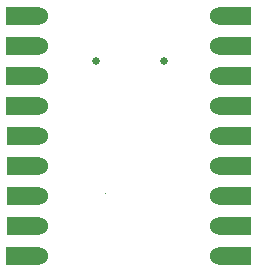
<source format=gbr>
%TF.GenerationSoftware,KiCad,Pcbnew,8.0.7*%
%TF.CreationDate,2025-01-08T16:46:30+01:00*%
%TF.ProjectId,PD_trigger-board,50445f74-7269-4676-9765-722d626f6172,rev?*%
%TF.SameCoordinates,Original*%
%TF.FileFunction,Soldermask,Bot*%
%TF.FilePolarity,Negative*%
%FSLAX46Y46*%
G04 Gerber Fmt 4.6, Leading zero omitted, Abs format (unit mm)*
G04 Created by KiCad (PCBNEW 8.0.7) date 2025-01-08 16:46:30*
%MOMM*%
%LPD*%
G01*
G04 APERTURE LIST*
%ADD10C,0.000000*%
%ADD11C,0.650000*%
%ADD12R,2.760000X1.524000*%
%ADD13C,1.524000*%
G04 APERTURE END LIST*
D10*
%TO.C,weee-symbol_mask_3mm*%
G36*
X138186456Y-92619428D02*
G01*
X138126938Y-92678961D01*
X138067405Y-92619428D01*
X138126938Y-92559916D01*
X138186456Y-92619428D01*
G37*
%TD*%
D11*
%TO.C,J1*%
X143083000Y-81427000D03*
X137303000Y-81427000D03*
%TD*%
D12*
%TO.C,U3*%
X131081000Y-77597000D03*
D13*
X132461000Y-77597000D03*
D12*
X131081000Y-80137000D03*
D13*
X132461000Y-80137000D03*
D12*
X131081000Y-82677000D03*
D13*
X132461000Y-82677000D03*
D12*
X131081000Y-85217000D03*
D13*
X132461000Y-85217000D03*
D12*
X131098000Y-87757000D03*
D13*
X132461000Y-87757000D03*
D12*
X131098000Y-90297000D03*
D13*
X132461000Y-90297000D03*
D12*
X131098000Y-92837000D03*
D13*
X132461000Y-92837000D03*
D12*
X131098000Y-95377000D03*
D13*
X132461000Y-95377000D03*
D12*
X131081000Y-97917000D03*
D13*
X132461000Y-97917000D03*
X147701000Y-97917000D03*
D12*
X149081000Y-97917000D03*
D13*
X147701000Y-95377000D03*
D12*
X149081000Y-95377000D03*
D13*
X147701000Y-92837000D03*
D12*
X149081000Y-92837000D03*
D13*
X147701000Y-90297000D03*
D12*
X149081000Y-90297000D03*
D13*
X147701000Y-87757000D03*
D12*
X149064000Y-87757000D03*
D13*
X147701000Y-85217000D03*
D12*
X149064000Y-85217000D03*
D13*
X147701000Y-82677000D03*
D12*
X149064000Y-82677000D03*
D13*
X147701000Y-80137000D03*
D12*
X149064000Y-80137000D03*
D13*
X147701000Y-77597000D03*
D12*
X149081000Y-77597000D03*
%TD*%
M02*

</source>
